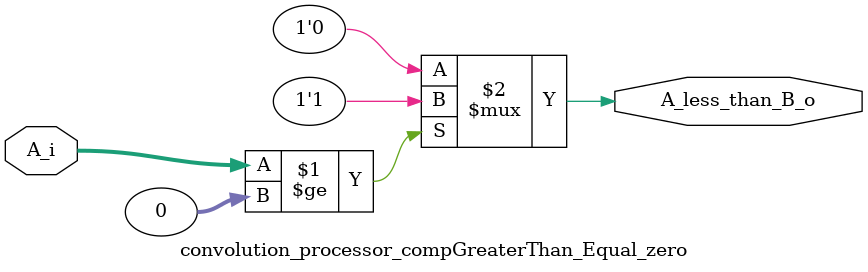
<source format=sv>


/*	
   ===================================================================
   Module Name  : Comparator Less Than
      
   Filename     : comparatorLessThan.v
   Type         : Verilog Module
   
   Description  : This block compares two unsigned binary numbers.
                  A_less_than_B_o output values:
                  
                  Value   Condition
                  
                  1'b1     A_i < B_i                  
                  1'b0     otherwise
                  
   -----------------------------------------------------------------------------
   Clocks      : -
   Reset       : -
   Parameters  :   
         NAME                         Comments                   Default
         ------------------------------------------------------------------------------
         DATA_WIDTH              Number of data bits                13 
         ------------------------------------------------------------------------------
   Version     : 1.0
   Data        : 14 Nov 2018
   Revision    : -
   Reviser     : -		
   ------------------------------------------------------------------------------
      Modification Log "please register all the modifications in this area"
      (D/M/Y)  
      
   ----------------------
   // Instance template
   ----------------------
   comparatorLessThan 
   #(
      .DATA_WIDTH   (),
   )
   "MODULE_NAME"
   (
      A_i            (),
      A_less_than_B_o()
   );
*/

module convolution_processor_compGreaterThan_Equal_zero
#(
   parameter DATA_WIDTH = 13
)(
	input [DATA_WIDTH-1:0]  A_i,
	output                  A_less_than_B_o
);

assign A_less_than_B_o = ( A_i >= 0 ) ? 1'b1 :  1'b0;



endmodule

</source>
